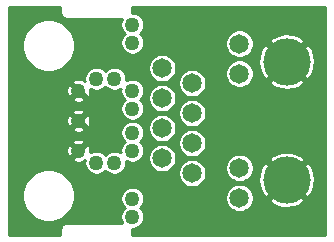
<source format=gbr>
G04 #@! TF.GenerationSoftware,KiCad,Pcbnew,(5.1.5)*
G04 #@! TF.CreationDate,2019-12-07T20:44:40-05:00*
G04 #@! TF.ProjectId,rj45brkout,726a3435-6272-46b6-9f75-742e6b696361,v1.0.0*
G04 #@! TF.SameCoordinates,Original*
G04 #@! TF.FileFunction,Copper,L2,Inr*
G04 #@! TF.FilePolarity,Positive*
%FSLAX46Y46*%
G04 Gerber Fmt 4.6, Leading zero omitted, Abs format (unit mm)*
G04 Created by KiCad (PCBNEW (5.1.5)) date 2019-12-07 20:44:40*
%MOMM*%
%LPD*%
G04 APERTURE LIST*
%ADD10C,1.270000*%
%ADD11C,1.651000*%
%ADD12C,4.000000*%
%ADD13C,1.143000*%
%ADD14C,0.254000*%
G04 APERTURE END LIST*
D10*
X134620000Y-104140000D03*
X134620000Y-99060000D03*
X134620000Y-101600000D03*
D11*
X144250000Y-106040000D03*
X141710000Y-104770000D03*
X144250000Y-103500000D03*
X141710000Y-102230000D03*
X144250000Y-100960000D03*
X141710000Y-99690000D03*
X144250000Y-98420000D03*
X141710000Y-97150000D03*
D12*
X152250000Y-106600000D03*
X152250000Y-96600000D03*
D11*
X148250000Y-108130000D03*
X148250000Y-105590000D03*
X148250000Y-97610000D03*
X148250000Y-95070000D03*
D13*
X129540000Y-101600000D03*
D10*
X136144000Y-98044000D03*
X137668000Y-98044000D03*
X139192000Y-99060000D03*
X139192000Y-100584000D03*
X139192000Y-102616000D03*
X139192000Y-104140000D03*
X137668000Y-105156000D03*
X136144000Y-105156000D03*
X139192000Y-109728000D03*
X139192000Y-108204000D03*
X139192000Y-94996000D03*
X139192000Y-93472000D03*
D14*
G36*
X133096255Y-92431053D02*
G01*
X133093798Y-92456000D01*
X133103601Y-92555535D01*
X133132635Y-92651246D01*
X133179783Y-92739453D01*
X133243233Y-92816767D01*
X133320547Y-92880217D01*
X133408754Y-92927365D01*
X133504465Y-92956399D01*
X133579063Y-92963746D01*
X133604000Y-92966202D01*
X133628937Y-92963746D01*
X138309977Y-92963746D01*
X138291857Y-92990864D01*
X138215288Y-93175718D01*
X138176254Y-93371958D01*
X138176254Y-93572042D01*
X138215288Y-93768282D01*
X138291857Y-93953136D01*
X138403018Y-94119500D01*
X138517518Y-94234000D01*
X138403018Y-94348500D01*
X138291857Y-94514864D01*
X138215288Y-94699718D01*
X138176254Y-94895958D01*
X138176254Y-95096042D01*
X138215288Y-95292282D01*
X138291857Y-95477136D01*
X138403018Y-95643500D01*
X138544500Y-95784982D01*
X138710864Y-95896143D01*
X138895718Y-95972712D01*
X139091958Y-96011746D01*
X139292042Y-96011746D01*
X139488282Y-95972712D01*
X139673136Y-95896143D01*
X139839500Y-95784982D01*
X139980982Y-95643500D01*
X140092143Y-95477136D01*
X140168712Y-95292282D01*
X140207746Y-95096042D01*
X140207746Y-94951195D01*
X147043754Y-94951195D01*
X147043754Y-95188805D01*
X147090109Y-95421849D01*
X147181038Y-95641372D01*
X147313047Y-95838937D01*
X147481063Y-96006953D01*
X147678628Y-96138962D01*
X147898151Y-96229891D01*
X148131195Y-96276246D01*
X148368805Y-96276246D01*
X148601849Y-96229891D01*
X148821372Y-96138962D01*
X149018937Y-96006953D01*
X149186953Y-95838937D01*
X149318962Y-95641372D01*
X149409891Y-95421849D01*
X149456246Y-95188805D01*
X149456246Y-94951195D01*
X149443756Y-94888401D01*
X150718006Y-94888401D01*
X152250000Y-96420395D01*
X153781994Y-94888401D01*
X153551411Y-94592697D01*
X153134799Y-94377375D01*
X152684185Y-94247466D01*
X152216886Y-94207964D01*
X151750860Y-94260387D01*
X151304015Y-94402719D01*
X150948589Y-94592697D01*
X150718006Y-94888401D01*
X149443756Y-94888401D01*
X149409891Y-94718151D01*
X149318962Y-94498628D01*
X149186953Y-94301063D01*
X149018937Y-94133047D01*
X148821372Y-94001038D01*
X148601849Y-93910109D01*
X148368805Y-93863754D01*
X148131195Y-93863754D01*
X147898151Y-93910109D01*
X147678628Y-94001038D01*
X147481063Y-94133047D01*
X147313047Y-94301063D01*
X147181038Y-94498628D01*
X147090109Y-94718151D01*
X147043754Y-94951195D01*
X140207746Y-94951195D01*
X140207746Y-94895958D01*
X140168712Y-94699718D01*
X140092143Y-94514864D01*
X139980982Y-94348500D01*
X139866482Y-94234000D01*
X139980982Y-94119500D01*
X140092143Y-93953136D01*
X140168712Y-93768282D01*
X140207746Y-93572042D01*
X140207746Y-93371958D01*
X140168712Y-93175718D01*
X140092143Y-92990864D01*
X139980982Y-92824500D01*
X139839500Y-92683018D01*
X139673136Y-92571857D01*
X139488282Y-92495288D01*
X139292042Y-92456254D01*
X139194177Y-92456254D01*
X139194202Y-92456000D01*
X139191746Y-92431063D01*
X139191746Y-91947746D01*
X155492254Y-91947746D01*
X155492255Y-111252254D01*
X139191746Y-111252254D01*
X139191746Y-110768937D01*
X139194202Y-110744000D01*
X139194177Y-110743746D01*
X139292042Y-110743746D01*
X139488282Y-110704712D01*
X139673136Y-110628143D01*
X139839500Y-110516982D01*
X139980982Y-110375500D01*
X140092143Y-110209136D01*
X140168712Y-110024282D01*
X140207746Y-109828042D01*
X140207746Y-109627958D01*
X140168712Y-109431718D01*
X140092143Y-109246864D01*
X139980982Y-109080500D01*
X139866482Y-108966000D01*
X139980982Y-108851500D01*
X140092143Y-108685136D01*
X140168712Y-108500282D01*
X140207746Y-108304042D01*
X140207746Y-108103958D01*
X140189295Y-108011195D01*
X147043754Y-108011195D01*
X147043754Y-108248805D01*
X147090109Y-108481849D01*
X147181038Y-108701372D01*
X147313047Y-108898937D01*
X147481063Y-109066953D01*
X147678628Y-109198962D01*
X147898151Y-109289891D01*
X148131195Y-109336246D01*
X148368805Y-109336246D01*
X148601849Y-109289891D01*
X148821372Y-109198962D01*
X149018937Y-109066953D01*
X149186953Y-108898937D01*
X149318962Y-108701372D01*
X149409891Y-108481849D01*
X149443755Y-108311599D01*
X150718006Y-108311599D01*
X150948589Y-108607303D01*
X151365201Y-108822625D01*
X151815815Y-108952534D01*
X152283114Y-108992036D01*
X152749140Y-108939613D01*
X153195985Y-108797281D01*
X153551411Y-108607303D01*
X153781994Y-108311599D01*
X152250000Y-106779605D01*
X150718006Y-108311599D01*
X149443755Y-108311599D01*
X149456246Y-108248805D01*
X149456246Y-108011195D01*
X149409891Y-107778151D01*
X149318962Y-107558628D01*
X149186953Y-107361063D01*
X149018937Y-107193047D01*
X148821372Y-107061038D01*
X148601849Y-106970109D01*
X148368805Y-106923754D01*
X148131195Y-106923754D01*
X147898151Y-106970109D01*
X147678628Y-107061038D01*
X147481063Y-107193047D01*
X147313047Y-107361063D01*
X147181038Y-107558628D01*
X147090109Y-107778151D01*
X147043754Y-108011195D01*
X140189295Y-108011195D01*
X140168712Y-107907718D01*
X140092143Y-107722864D01*
X139980982Y-107556500D01*
X139839500Y-107415018D01*
X139673136Y-107303857D01*
X139488282Y-107227288D01*
X139292042Y-107188254D01*
X139091958Y-107188254D01*
X138895718Y-107227288D01*
X138710864Y-107303857D01*
X138544500Y-107415018D01*
X138403018Y-107556500D01*
X138291857Y-107722864D01*
X138215288Y-107907718D01*
X138176254Y-108103958D01*
X138176254Y-108304042D01*
X138215288Y-108500282D01*
X138291857Y-108685136D01*
X138403018Y-108851500D01*
X138517518Y-108966000D01*
X138403018Y-109080500D01*
X138291857Y-109246864D01*
X138215288Y-109431718D01*
X138176254Y-109627958D01*
X138176254Y-109828042D01*
X138215288Y-110024282D01*
X138291857Y-110209136D01*
X138309977Y-110236254D01*
X133628937Y-110236254D01*
X133604000Y-110233798D01*
X133579063Y-110236254D01*
X133504465Y-110243601D01*
X133408754Y-110272635D01*
X133320547Y-110319783D01*
X133243233Y-110383233D01*
X133179783Y-110460547D01*
X133132635Y-110548754D01*
X133103601Y-110644465D01*
X133093798Y-110744000D01*
X133096255Y-110768947D01*
X133096254Y-111252254D01*
X128777746Y-111252254D01*
X128777746Y-107731103D01*
X129857500Y-107731103D01*
X129857500Y-108168897D01*
X129942909Y-108598279D01*
X130110446Y-109002749D01*
X130353671Y-109366761D01*
X130663239Y-109676329D01*
X131027251Y-109919554D01*
X131431721Y-110087091D01*
X131861103Y-110172500D01*
X132298897Y-110172500D01*
X132728279Y-110087091D01*
X133132749Y-109919554D01*
X133496761Y-109676329D01*
X133806329Y-109366761D01*
X134049554Y-109002749D01*
X134217091Y-108598279D01*
X134302500Y-108168897D01*
X134302500Y-107731103D01*
X134217091Y-107301721D01*
X134049554Y-106897251D01*
X133806329Y-106533239D01*
X133496761Y-106223671D01*
X133132749Y-105980446D01*
X132728279Y-105812909D01*
X132298897Y-105727500D01*
X131861103Y-105727500D01*
X131431721Y-105812909D01*
X131027251Y-105980446D01*
X130663239Y-106223671D01*
X130353671Y-106533239D01*
X130110446Y-106897251D01*
X129942909Y-107301721D01*
X129857500Y-107731103D01*
X128777746Y-107731103D01*
X128777746Y-104878021D01*
X134061584Y-104878021D01*
X134127478Y-105033963D01*
X134311346Y-105112872D01*
X134507075Y-105154394D01*
X134707143Y-105156933D01*
X134903862Y-105120392D01*
X135089673Y-105046176D01*
X135112522Y-105033963D01*
X135150512Y-104944057D01*
X135128254Y-105055958D01*
X135128254Y-105256042D01*
X135167288Y-105452282D01*
X135243857Y-105637136D01*
X135355018Y-105803500D01*
X135496500Y-105944982D01*
X135662864Y-106056143D01*
X135847718Y-106132712D01*
X136043958Y-106171746D01*
X136244042Y-106171746D01*
X136440282Y-106132712D01*
X136625136Y-106056143D01*
X136791500Y-105944982D01*
X136906000Y-105830482D01*
X137020500Y-105944982D01*
X137186864Y-106056143D01*
X137371718Y-106132712D01*
X137567958Y-106171746D01*
X137768042Y-106171746D01*
X137964282Y-106132712D01*
X138149136Y-106056143D01*
X138315500Y-105944982D01*
X138456982Y-105803500D01*
X138568143Y-105637136D01*
X138644712Y-105452282D01*
X138683746Y-105256042D01*
X138683746Y-105055958D01*
X138675961Y-105016822D01*
X138710864Y-105040143D01*
X138895718Y-105116712D01*
X139091958Y-105155746D01*
X139292042Y-105155746D01*
X139488282Y-105116712D01*
X139673136Y-105040143D01*
X139839500Y-104928982D01*
X139980982Y-104787500D01*
X140072058Y-104651195D01*
X140503754Y-104651195D01*
X140503754Y-104888805D01*
X140550109Y-105121849D01*
X140641038Y-105341372D01*
X140773047Y-105538937D01*
X140941063Y-105706953D01*
X141138628Y-105838962D01*
X141358151Y-105929891D01*
X141591195Y-105976246D01*
X141828805Y-105976246D01*
X142061849Y-105929891D01*
X142082843Y-105921195D01*
X143043754Y-105921195D01*
X143043754Y-106158805D01*
X143090109Y-106391849D01*
X143181038Y-106611372D01*
X143313047Y-106808937D01*
X143481063Y-106976953D01*
X143678628Y-107108962D01*
X143898151Y-107199891D01*
X144131195Y-107246246D01*
X144368805Y-107246246D01*
X144601849Y-107199891D01*
X144821372Y-107108962D01*
X145018937Y-106976953D01*
X145186953Y-106808937D01*
X145318962Y-106611372D01*
X145409891Y-106391849D01*
X145456246Y-106158805D01*
X145456246Y-105921195D01*
X145409891Y-105688151D01*
X145320026Y-105471195D01*
X147043754Y-105471195D01*
X147043754Y-105708805D01*
X147090109Y-105941849D01*
X147181038Y-106161372D01*
X147313047Y-106358937D01*
X147481063Y-106526953D01*
X147678628Y-106658962D01*
X147898151Y-106749891D01*
X148131195Y-106796246D01*
X148368805Y-106796246D01*
X148601849Y-106749891D01*
X148821372Y-106658962D01*
X148860056Y-106633114D01*
X149857964Y-106633114D01*
X149910387Y-107099140D01*
X150052719Y-107545985D01*
X150242697Y-107901411D01*
X150538401Y-108131994D01*
X152070395Y-106600000D01*
X152429605Y-106600000D01*
X153961599Y-108131994D01*
X154257303Y-107901411D01*
X154472625Y-107484799D01*
X154602534Y-107034185D01*
X154642036Y-106566886D01*
X154589613Y-106100860D01*
X154447281Y-105654015D01*
X154257303Y-105298589D01*
X153961599Y-105068006D01*
X152429605Y-106600000D01*
X152070395Y-106600000D01*
X150538401Y-105068006D01*
X150242697Y-105298589D01*
X150027375Y-105715201D01*
X149897466Y-106165815D01*
X149857964Y-106633114D01*
X148860056Y-106633114D01*
X149018937Y-106526953D01*
X149186953Y-106358937D01*
X149318962Y-106161372D01*
X149409891Y-105941849D01*
X149456246Y-105708805D01*
X149456246Y-105471195D01*
X149409891Y-105238151D01*
X149318962Y-105018628D01*
X149231947Y-104888401D01*
X150718006Y-104888401D01*
X152250000Y-106420395D01*
X153781994Y-104888401D01*
X153551411Y-104592697D01*
X153134799Y-104377375D01*
X152684185Y-104247466D01*
X152216886Y-104207964D01*
X151750860Y-104260387D01*
X151304015Y-104402719D01*
X150948589Y-104592697D01*
X150718006Y-104888401D01*
X149231947Y-104888401D01*
X149186953Y-104821063D01*
X149018937Y-104653047D01*
X148821372Y-104521038D01*
X148601849Y-104430109D01*
X148368805Y-104383754D01*
X148131195Y-104383754D01*
X147898151Y-104430109D01*
X147678628Y-104521038D01*
X147481063Y-104653047D01*
X147313047Y-104821063D01*
X147181038Y-105018628D01*
X147090109Y-105238151D01*
X147043754Y-105471195D01*
X145320026Y-105471195D01*
X145318962Y-105468628D01*
X145186953Y-105271063D01*
X145018937Y-105103047D01*
X144821372Y-104971038D01*
X144601849Y-104880109D01*
X144368805Y-104833754D01*
X144131195Y-104833754D01*
X143898151Y-104880109D01*
X143678628Y-104971038D01*
X143481063Y-105103047D01*
X143313047Y-105271063D01*
X143181038Y-105468628D01*
X143090109Y-105688151D01*
X143043754Y-105921195D01*
X142082843Y-105921195D01*
X142281372Y-105838962D01*
X142478937Y-105706953D01*
X142646953Y-105538937D01*
X142778962Y-105341372D01*
X142869891Y-105121849D01*
X142916246Y-104888805D01*
X142916246Y-104651195D01*
X142869891Y-104418151D01*
X142778962Y-104198628D01*
X142646953Y-104001063D01*
X142478937Y-103833047D01*
X142281372Y-103701038D01*
X142061849Y-103610109D01*
X141828805Y-103563754D01*
X141591195Y-103563754D01*
X141358151Y-103610109D01*
X141138628Y-103701038D01*
X140941063Y-103833047D01*
X140773047Y-104001063D01*
X140641038Y-104198628D01*
X140550109Y-104418151D01*
X140503754Y-104651195D01*
X140072058Y-104651195D01*
X140092143Y-104621136D01*
X140168712Y-104436282D01*
X140207746Y-104240042D01*
X140207746Y-104039958D01*
X140168712Y-103843718D01*
X140092143Y-103658864D01*
X139980982Y-103492500D01*
X139866482Y-103378000D01*
X139980982Y-103263500D01*
X140092143Y-103097136D01*
X140168712Y-102912282D01*
X140207746Y-102716042D01*
X140207746Y-102515958D01*
X140168712Y-102319718D01*
X140092143Y-102134864D01*
X140076328Y-102111195D01*
X140503754Y-102111195D01*
X140503754Y-102348805D01*
X140550109Y-102581849D01*
X140641038Y-102801372D01*
X140773047Y-102998937D01*
X140941063Y-103166953D01*
X141138628Y-103298962D01*
X141358151Y-103389891D01*
X141591195Y-103436246D01*
X141828805Y-103436246D01*
X142061849Y-103389891D01*
X142082843Y-103381195D01*
X143043754Y-103381195D01*
X143043754Y-103618805D01*
X143090109Y-103851849D01*
X143181038Y-104071372D01*
X143313047Y-104268937D01*
X143481063Y-104436953D01*
X143678628Y-104568962D01*
X143898151Y-104659891D01*
X144131195Y-104706246D01*
X144368805Y-104706246D01*
X144601849Y-104659891D01*
X144821372Y-104568962D01*
X145018937Y-104436953D01*
X145186953Y-104268937D01*
X145318962Y-104071372D01*
X145409891Y-103851849D01*
X145456246Y-103618805D01*
X145456246Y-103381195D01*
X145409891Y-103148151D01*
X145318962Y-102928628D01*
X145186953Y-102731063D01*
X145018937Y-102563047D01*
X144821372Y-102431038D01*
X144601849Y-102340109D01*
X144368805Y-102293754D01*
X144131195Y-102293754D01*
X143898151Y-102340109D01*
X143678628Y-102431038D01*
X143481063Y-102563047D01*
X143313047Y-102731063D01*
X143181038Y-102928628D01*
X143090109Y-103148151D01*
X143043754Y-103381195D01*
X142082843Y-103381195D01*
X142281372Y-103298962D01*
X142478937Y-103166953D01*
X142646953Y-102998937D01*
X142778962Y-102801372D01*
X142869891Y-102581849D01*
X142916246Y-102348805D01*
X142916246Y-102111195D01*
X142869891Y-101878151D01*
X142778962Y-101658628D01*
X142646953Y-101461063D01*
X142478937Y-101293047D01*
X142281372Y-101161038D01*
X142061849Y-101070109D01*
X141828805Y-101023754D01*
X141591195Y-101023754D01*
X141358151Y-101070109D01*
X141138628Y-101161038D01*
X140941063Y-101293047D01*
X140773047Y-101461063D01*
X140641038Y-101658628D01*
X140550109Y-101878151D01*
X140503754Y-102111195D01*
X140076328Y-102111195D01*
X139980982Y-101968500D01*
X139839500Y-101827018D01*
X139673136Y-101715857D01*
X139488282Y-101639288D01*
X139292042Y-101600254D01*
X139091958Y-101600254D01*
X138895718Y-101639288D01*
X138710864Y-101715857D01*
X138544500Y-101827018D01*
X138403018Y-101968500D01*
X138291857Y-102134864D01*
X138215288Y-102319718D01*
X138176254Y-102515958D01*
X138176254Y-102716042D01*
X138215288Y-102912282D01*
X138291857Y-103097136D01*
X138403018Y-103263500D01*
X138517518Y-103378000D01*
X138403018Y-103492500D01*
X138291857Y-103658864D01*
X138215288Y-103843718D01*
X138176254Y-104039958D01*
X138176254Y-104240042D01*
X138184039Y-104279178D01*
X138149136Y-104255857D01*
X137964282Y-104179288D01*
X137768042Y-104140254D01*
X137567958Y-104140254D01*
X137371718Y-104179288D01*
X137186864Y-104255857D01*
X137020500Y-104367018D01*
X136906000Y-104481518D01*
X136791500Y-104367018D01*
X136625136Y-104255857D01*
X136440282Y-104179288D01*
X136244042Y-104140254D01*
X136043958Y-104140254D01*
X135847718Y-104179288D01*
X135662864Y-104255857D01*
X135628967Y-104278506D01*
X135634394Y-104252925D01*
X135636933Y-104052857D01*
X135600392Y-103856138D01*
X135526176Y-103670327D01*
X135513963Y-103647478D01*
X135358021Y-103581584D01*
X134799605Y-104140000D01*
X134813748Y-104154143D01*
X134634143Y-104333748D01*
X134620000Y-104319605D01*
X134061584Y-104878021D01*
X128777746Y-104878021D01*
X128777746Y-104227143D01*
X133603067Y-104227143D01*
X133639608Y-104423862D01*
X133713824Y-104609673D01*
X133726037Y-104632522D01*
X133881979Y-104698416D01*
X134440395Y-104140000D01*
X133881979Y-103581584D01*
X133726037Y-103647478D01*
X133647128Y-103831346D01*
X133605606Y-104027075D01*
X133603067Y-104227143D01*
X128777746Y-104227143D01*
X128777746Y-103401979D01*
X134061584Y-103401979D01*
X134620000Y-103960395D01*
X135178416Y-103401979D01*
X135112522Y-103246037D01*
X134928654Y-103167128D01*
X134732925Y-103125606D01*
X134532857Y-103123067D01*
X134336138Y-103159608D01*
X134150327Y-103233824D01*
X134127478Y-103246037D01*
X134061584Y-103401979D01*
X128777746Y-103401979D01*
X128777746Y-102338021D01*
X134061584Y-102338021D01*
X134127478Y-102493963D01*
X134311346Y-102572872D01*
X134507075Y-102614394D01*
X134707143Y-102616933D01*
X134903862Y-102580392D01*
X135089673Y-102506176D01*
X135112522Y-102493963D01*
X135178416Y-102338021D01*
X134620000Y-101779605D01*
X134061584Y-102338021D01*
X128777746Y-102338021D01*
X128777746Y-101687143D01*
X133603067Y-101687143D01*
X133639608Y-101883862D01*
X133713824Y-102069673D01*
X133726037Y-102092522D01*
X133881979Y-102158416D01*
X134440395Y-101600000D01*
X134799605Y-101600000D01*
X135358021Y-102158416D01*
X135513963Y-102092522D01*
X135592872Y-101908654D01*
X135634394Y-101712925D01*
X135636933Y-101512857D01*
X135600392Y-101316138D01*
X135526176Y-101130327D01*
X135513963Y-101107478D01*
X135358021Y-101041584D01*
X134799605Y-101600000D01*
X134440395Y-101600000D01*
X133881979Y-101041584D01*
X133726037Y-101107478D01*
X133647128Y-101291346D01*
X133605606Y-101487075D01*
X133603067Y-101687143D01*
X128777746Y-101687143D01*
X128777746Y-100861979D01*
X134061584Y-100861979D01*
X134620000Y-101420395D01*
X135178416Y-100861979D01*
X135112522Y-100706037D01*
X134928654Y-100627128D01*
X134732925Y-100585606D01*
X134532857Y-100583067D01*
X134336138Y-100619608D01*
X134150327Y-100693824D01*
X134127478Y-100706037D01*
X134061584Y-100861979D01*
X128777746Y-100861979D01*
X128777746Y-99798021D01*
X134061584Y-99798021D01*
X134127478Y-99953963D01*
X134311346Y-100032872D01*
X134507075Y-100074394D01*
X134707143Y-100076933D01*
X134903862Y-100040392D01*
X135089673Y-99966176D01*
X135112522Y-99953963D01*
X135178416Y-99798021D01*
X134620000Y-99239605D01*
X134061584Y-99798021D01*
X128777746Y-99798021D01*
X128777746Y-99147143D01*
X133603067Y-99147143D01*
X133639608Y-99343862D01*
X133713824Y-99529673D01*
X133726037Y-99552522D01*
X133881979Y-99618416D01*
X134440395Y-99060000D01*
X133881979Y-98501584D01*
X133726037Y-98567478D01*
X133647128Y-98751346D01*
X133605606Y-98947075D01*
X133603067Y-99147143D01*
X128777746Y-99147143D01*
X128777746Y-98321979D01*
X134061584Y-98321979D01*
X134620000Y-98880395D01*
X134634143Y-98866253D01*
X134813748Y-99045858D01*
X134799605Y-99060000D01*
X135358021Y-99618416D01*
X135513963Y-99552522D01*
X135592872Y-99368654D01*
X135634394Y-99172925D01*
X135636933Y-98972857D01*
X135627169Y-98920292D01*
X135662864Y-98944143D01*
X135847718Y-99020712D01*
X136043958Y-99059746D01*
X136244042Y-99059746D01*
X136440282Y-99020712D01*
X136625136Y-98944143D01*
X136791500Y-98832982D01*
X136906000Y-98718482D01*
X137020500Y-98832982D01*
X137186864Y-98944143D01*
X137371718Y-99020712D01*
X137567958Y-99059746D01*
X137768042Y-99059746D01*
X137964282Y-99020712D01*
X138149136Y-98944143D01*
X138184039Y-98920822D01*
X138176254Y-98959958D01*
X138176254Y-99160042D01*
X138215288Y-99356282D01*
X138291857Y-99541136D01*
X138403018Y-99707500D01*
X138517518Y-99822000D01*
X138403018Y-99936500D01*
X138291857Y-100102864D01*
X138215288Y-100287718D01*
X138176254Y-100483958D01*
X138176254Y-100684042D01*
X138215288Y-100880282D01*
X138291857Y-101065136D01*
X138403018Y-101231500D01*
X138544500Y-101372982D01*
X138710864Y-101484143D01*
X138895718Y-101560712D01*
X139091958Y-101599746D01*
X139292042Y-101599746D01*
X139488282Y-101560712D01*
X139673136Y-101484143D01*
X139839500Y-101372982D01*
X139980982Y-101231500D01*
X140092143Y-101065136D01*
X140168712Y-100880282D01*
X140207746Y-100684042D01*
X140207746Y-100483958D01*
X140168712Y-100287718D01*
X140092143Y-100102864D01*
X139980982Y-99936500D01*
X139866482Y-99822000D01*
X139980982Y-99707500D01*
X140072058Y-99571195D01*
X140503754Y-99571195D01*
X140503754Y-99808805D01*
X140550109Y-100041849D01*
X140641038Y-100261372D01*
X140773047Y-100458937D01*
X140941063Y-100626953D01*
X141138628Y-100758962D01*
X141358151Y-100849891D01*
X141591195Y-100896246D01*
X141828805Y-100896246D01*
X142061849Y-100849891D01*
X142082843Y-100841195D01*
X143043754Y-100841195D01*
X143043754Y-101078805D01*
X143090109Y-101311849D01*
X143181038Y-101531372D01*
X143313047Y-101728937D01*
X143481063Y-101896953D01*
X143678628Y-102028962D01*
X143898151Y-102119891D01*
X144131195Y-102166246D01*
X144368805Y-102166246D01*
X144601849Y-102119891D01*
X144821372Y-102028962D01*
X145018937Y-101896953D01*
X145186953Y-101728937D01*
X145318962Y-101531372D01*
X145409891Y-101311849D01*
X145456246Y-101078805D01*
X145456246Y-100841195D01*
X145409891Y-100608151D01*
X145318962Y-100388628D01*
X145186953Y-100191063D01*
X145018937Y-100023047D01*
X144821372Y-99891038D01*
X144601849Y-99800109D01*
X144368805Y-99753754D01*
X144131195Y-99753754D01*
X143898151Y-99800109D01*
X143678628Y-99891038D01*
X143481063Y-100023047D01*
X143313047Y-100191063D01*
X143181038Y-100388628D01*
X143090109Y-100608151D01*
X143043754Y-100841195D01*
X142082843Y-100841195D01*
X142281372Y-100758962D01*
X142478937Y-100626953D01*
X142646953Y-100458937D01*
X142778962Y-100261372D01*
X142869891Y-100041849D01*
X142916246Y-99808805D01*
X142916246Y-99571195D01*
X142869891Y-99338151D01*
X142778962Y-99118628D01*
X142646953Y-98921063D01*
X142478937Y-98753047D01*
X142281372Y-98621038D01*
X142061849Y-98530109D01*
X141828805Y-98483754D01*
X141591195Y-98483754D01*
X141358151Y-98530109D01*
X141138628Y-98621038D01*
X140941063Y-98753047D01*
X140773047Y-98921063D01*
X140641038Y-99118628D01*
X140550109Y-99338151D01*
X140503754Y-99571195D01*
X140072058Y-99571195D01*
X140092143Y-99541136D01*
X140168712Y-99356282D01*
X140207746Y-99160042D01*
X140207746Y-98959958D01*
X140168712Y-98763718D01*
X140092143Y-98578864D01*
X139980982Y-98412500D01*
X139839500Y-98271018D01*
X139673136Y-98159857D01*
X139488282Y-98083288D01*
X139292042Y-98044254D01*
X139091958Y-98044254D01*
X138895718Y-98083288D01*
X138710864Y-98159857D01*
X138675961Y-98183178D01*
X138683746Y-98144042D01*
X138683746Y-97943958D01*
X138644712Y-97747718D01*
X138568143Y-97562864D01*
X138456982Y-97396500D01*
X138315500Y-97255018D01*
X138149136Y-97143857D01*
X137964282Y-97067288D01*
X137782828Y-97031195D01*
X140503754Y-97031195D01*
X140503754Y-97268805D01*
X140550109Y-97501849D01*
X140641038Y-97721372D01*
X140773047Y-97918937D01*
X140941063Y-98086953D01*
X141138628Y-98218962D01*
X141358151Y-98309891D01*
X141591195Y-98356246D01*
X141828805Y-98356246D01*
X142061849Y-98309891D01*
X142082843Y-98301195D01*
X143043754Y-98301195D01*
X143043754Y-98538805D01*
X143090109Y-98771849D01*
X143181038Y-98991372D01*
X143313047Y-99188937D01*
X143481063Y-99356953D01*
X143678628Y-99488962D01*
X143898151Y-99579891D01*
X144131195Y-99626246D01*
X144368805Y-99626246D01*
X144601849Y-99579891D01*
X144821372Y-99488962D01*
X145018937Y-99356953D01*
X145186953Y-99188937D01*
X145318962Y-98991372D01*
X145409891Y-98771849D01*
X145456246Y-98538805D01*
X145456246Y-98301195D01*
X145409891Y-98068151D01*
X145318962Y-97848628D01*
X145186953Y-97651063D01*
X145027085Y-97491195D01*
X147043754Y-97491195D01*
X147043754Y-97728805D01*
X147090109Y-97961849D01*
X147181038Y-98181372D01*
X147313047Y-98378937D01*
X147481063Y-98546953D01*
X147678628Y-98678962D01*
X147898151Y-98769891D01*
X148131195Y-98816246D01*
X148368805Y-98816246D01*
X148601849Y-98769891D01*
X148821372Y-98678962D01*
X149018937Y-98546953D01*
X149186953Y-98378937D01*
X149231946Y-98311599D01*
X150718006Y-98311599D01*
X150948589Y-98607303D01*
X151365201Y-98822625D01*
X151815815Y-98952534D01*
X152283114Y-98992036D01*
X152749140Y-98939613D01*
X153195985Y-98797281D01*
X153551411Y-98607303D01*
X153781994Y-98311599D01*
X152250000Y-96779605D01*
X150718006Y-98311599D01*
X149231946Y-98311599D01*
X149318962Y-98181372D01*
X149409891Y-97961849D01*
X149456246Y-97728805D01*
X149456246Y-97491195D01*
X149409891Y-97258151D01*
X149318962Y-97038628D01*
X149186953Y-96841063D01*
X149018937Y-96673047D01*
X148959174Y-96633114D01*
X149857964Y-96633114D01*
X149910387Y-97099140D01*
X150052719Y-97545985D01*
X150242697Y-97901411D01*
X150538401Y-98131994D01*
X152070395Y-96600000D01*
X152429605Y-96600000D01*
X153961599Y-98131994D01*
X154257303Y-97901411D01*
X154472625Y-97484799D01*
X154602534Y-97034185D01*
X154642036Y-96566886D01*
X154589613Y-96100860D01*
X154447281Y-95654015D01*
X154257303Y-95298589D01*
X153961599Y-95068006D01*
X152429605Y-96600000D01*
X152070395Y-96600000D01*
X150538401Y-95068006D01*
X150242697Y-95298589D01*
X150027375Y-95715201D01*
X149897466Y-96165815D01*
X149857964Y-96633114D01*
X148959174Y-96633114D01*
X148821372Y-96541038D01*
X148601849Y-96450109D01*
X148368805Y-96403754D01*
X148131195Y-96403754D01*
X147898151Y-96450109D01*
X147678628Y-96541038D01*
X147481063Y-96673047D01*
X147313047Y-96841063D01*
X147181038Y-97038628D01*
X147090109Y-97258151D01*
X147043754Y-97491195D01*
X145027085Y-97491195D01*
X145018937Y-97483047D01*
X144821372Y-97351038D01*
X144601849Y-97260109D01*
X144368805Y-97213754D01*
X144131195Y-97213754D01*
X143898151Y-97260109D01*
X143678628Y-97351038D01*
X143481063Y-97483047D01*
X143313047Y-97651063D01*
X143181038Y-97848628D01*
X143090109Y-98068151D01*
X143043754Y-98301195D01*
X142082843Y-98301195D01*
X142281372Y-98218962D01*
X142478937Y-98086953D01*
X142646953Y-97918937D01*
X142778962Y-97721372D01*
X142869891Y-97501849D01*
X142916246Y-97268805D01*
X142916246Y-97031195D01*
X142869891Y-96798151D01*
X142778962Y-96578628D01*
X142646953Y-96381063D01*
X142478937Y-96213047D01*
X142281372Y-96081038D01*
X142061849Y-95990109D01*
X141828805Y-95943754D01*
X141591195Y-95943754D01*
X141358151Y-95990109D01*
X141138628Y-96081038D01*
X140941063Y-96213047D01*
X140773047Y-96381063D01*
X140641038Y-96578628D01*
X140550109Y-96798151D01*
X140503754Y-97031195D01*
X137782828Y-97031195D01*
X137768042Y-97028254D01*
X137567958Y-97028254D01*
X137371718Y-97067288D01*
X137186864Y-97143857D01*
X137020500Y-97255018D01*
X136906000Y-97369518D01*
X136791500Y-97255018D01*
X136625136Y-97143857D01*
X136440282Y-97067288D01*
X136244042Y-97028254D01*
X136043958Y-97028254D01*
X135847718Y-97067288D01*
X135662864Y-97143857D01*
X135496500Y-97255018D01*
X135355018Y-97396500D01*
X135243857Y-97562864D01*
X135167288Y-97747718D01*
X135128254Y-97943958D01*
X135128254Y-98144042D01*
X135150512Y-98255943D01*
X135112522Y-98166037D01*
X134928654Y-98087128D01*
X134732925Y-98045606D01*
X134532857Y-98043067D01*
X134336138Y-98079608D01*
X134150327Y-98153824D01*
X134127478Y-98166037D01*
X134061584Y-98321979D01*
X128777746Y-98321979D01*
X128777746Y-95031103D01*
X129857500Y-95031103D01*
X129857500Y-95468897D01*
X129942909Y-95898279D01*
X130110446Y-96302749D01*
X130353671Y-96666761D01*
X130663239Y-96976329D01*
X131027251Y-97219554D01*
X131431721Y-97387091D01*
X131861103Y-97472500D01*
X132298897Y-97472500D01*
X132728279Y-97387091D01*
X133132749Y-97219554D01*
X133496761Y-96976329D01*
X133806329Y-96666761D01*
X134049554Y-96302749D01*
X134217091Y-95898279D01*
X134302500Y-95468897D01*
X134302500Y-95031103D01*
X134217091Y-94601721D01*
X134049554Y-94197251D01*
X133806329Y-93833239D01*
X133496761Y-93523671D01*
X133132749Y-93280446D01*
X132728279Y-93112909D01*
X132298897Y-93027500D01*
X131861103Y-93027500D01*
X131431721Y-93112909D01*
X131027251Y-93280446D01*
X130663239Y-93523671D01*
X130353671Y-93833239D01*
X130110446Y-94197251D01*
X129942909Y-94601721D01*
X129857500Y-95031103D01*
X128777746Y-95031103D01*
X128777746Y-91947746D01*
X133096254Y-91947746D01*
X133096255Y-92431053D01*
G37*
X133096255Y-92431053D02*
X133093798Y-92456000D01*
X133103601Y-92555535D01*
X133132635Y-92651246D01*
X133179783Y-92739453D01*
X133243233Y-92816767D01*
X133320547Y-92880217D01*
X133408754Y-92927365D01*
X133504465Y-92956399D01*
X133579063Y-92963746D01*
X133604000Y-92966202D01*
X133628937Y-92963746D01*
X138309977Y-92963746D01*
X138291857Y-92990864D01*
X138215288Y-93175718D01*
X138176254Y-93371958D01*
X138176254Y-93572042D01*
X138215288Y-93768282D01*
X138291857Y-93953136D01*
X138403018Y-94119500D01*
X138517518Y-94234000D01*
X138403018Y-94348500D01*
X138291857Y-94514864D01*
X138215288Y-94699718D01*
X138176254Y-94895958D01*
X138176254Y-95096042D01*
X138215288Y-95292282D01*
X138291857Y-95477136D01*
X138403018Y-95643500D01*
X138544500Y-95784982D01*
X138710864Y-95896143D01*
X138895718Y-95972712D01*
X139091958Y-96011746D01*
X139292042Y-96011746D01*
X139488282Y-95972712D01*
X139673136Y-95896143D01*
X139839500Y-95784982D01*
X139980982Y-95643500D01*
X140092143Y-95477136D01*
X140168712Y-95292282D01*
X140207746Y-95096042D01*
X140207746Y-94951195D01*
X147043754Y-94951195D01*
X147043754Y-95188805D01*
X147090109Y-95421849D01*
X147181038Y-95641372D01*
X147313047Y-95838937D01*
X147481063Y-96006953D01*
X147678628Y-96138962D01*
X147898151Y-96229891D01*
X148131195Y-96276246D01*
X148368805Y-96276246D01*
X148601849Y-96229891D01*
X148821372Y-96138962D01*
X149018937Y-96006953D01*
X149186953Y-95838937D01*
X149318962Y-95641372D01*
X149409891Y-95421849D01*
X149456246Y-95188805D01*
X149456246Y-94951195D01*
X149443756Y-94888401D01*
X150718006Y-94888401D01*
X152250000Y-96420395D01*
X153781994Y-94888401D01*
X153551411Y-94592697D01*
X153134799Y-94377375D01*
X152684185Y-94247466D01*
X152216886Y-94207964D01*
X151750860Y-94260387D01*
X151304015Y-94402719D01*
X150948589Y-94592697D01*
X150718006Y-94888401D01*
X149443756Y-94888401D01*
X149409891Y-94718151D01*
X149318962Y-94498628D01*
X149186953Y-94301063D01*
X149018937Y-94133047D01*
X148821372Y-94001038D01*
X148601849Y-93910109D01*
X148368805Y-93863754D01*
X148131195Y-93863754D01*
X147898151Y-93910109D01*
X147678628Y-94001038D01*
X147481063Y-94133047D01*
X147313047Y-94301063D01*
X147181038Y-94498628D01*
X147090109Y-94718151D01*
X147043754Y-94951195D01*
X140207746Y-94951195D01*
X140207746Y-94895958D01*
X140168712Y-94699718D01*
X140092143Y-94514864D01*
X139980982Y-94348500D01*
X139866482Y-94234000D01*
X139980982Y-94119500D01*
X140092143Y-93953136D01*
X140168712Y-93768282D01*
X140207746Y-93572042D01*
X140207746Y-93371958D01*
X140168712Y-93175718D01*
X140092143Y-92990864D01*
X139980982Y-92824500D01*
X139839500Y-92683018D01*
X139673136Y-92571857D01*
X139488282Y-92495288D01*
X139292042Y-92456254D01*
X139194177Y-92456254D01*
X139194202Y-92456000D01*
X139191746Y-92431063D01*
X139191746Y-91947746D01*
X155492254Y-91947746D01*
X155492255Y-111252254D01*
X139191746Y-111252254D01*
X139191746Y-110768937D01*
X139194202Y-110744000D01*
X139194177Y-110743746D01*
X139292042Y-110743746D01*
X139488282Y-110704712D01*
X139673136Y-110628143D01*
X139839500Y-110516982D01*
X139980982Y-110375500D01*
X140092143Y-110209136D01*
X140168712Y-110024282D01*
X140207746Y-109828042D01*
X140207746Y-109627958D01*
X140168712Y-109431718D01*
X140092143Y-109246864D01*
X139980982Y-109080500D01*
X139866482Y-108966000D01*
X139980982Y-108851500D01*
X140092143Y-108685136D01*
X140168712Y-108500282D01*
X140207746Y-108304042D01*
X140207746Y-108103958D01*
X140189295Y-108011195D01*
X147043754Y-108011195D01*
X147043754Y-108248805D01*
X147090109Y-108481849D01*
X147181038Y-108701372D01*
X147313047Y-108898937D01*
X147481063Y-109066953D01*
X147678628Y-109198962D01*
X147898151Y-109289891D01*
X148131195Y-109336246D01*
X148368805Y-109336246D01*
X148601849Y-109289891D01*
X148821372Y-109198962D01*
X149018937Y-109066953D01*
X149186953Y-108898937D01*
X149318962Y-108701372D01*
X149409891Y-108481849D01*
X149443755Y-108311599D01*
X150718006Y-108311599D01*
X150948589Y-108607303D01*
X151365201Y-108822625D01*
X151815815Y-108952534D01*
X152283114Y-108992036D01*
X152749140Y-108939613D01*
X153195985Y-108797281D01*
X153551411Y-108607303D01*
X153781994Y-108311599D01*
X152250000Y-106779605D01*
X150718006Y-108311599D01*
X149443755Y-108311599D01*
X149456246Y-108248805D01*
X149456246Y-108011195D01*
X149409891Y-107778151D01*
X149318962Y-107558628D01*
X149186953Y-107361063D01*
X149018937Y-107193047D01*
X148821372Y-107061038D01*
X148601849Y-106970109D01*
X148368805Y-106923754D01*
X148131195Y-106923754D01*
X147898151Y-106970109D01*
X147678628Y-107061038D01*
X147481063Y-107193047D01*
X147313047Y-107361063D01*
X147181038Y-107558628D01*
X147090109Y-107778151D01*
X147043754Y-108011195D01*
X140189295Y-108011195D01*
X140168712Y-107907718D01*
X140092143Y-107722864D01*
X139980982Y-107556500D01*
X139839500Y-107415018D01*
X139673136Y-107303857D01*
X139488282Y-107227288D01*
X139292042Y-107188254D01*
X139091958Y-107188254D01*
X138895718Y-107227288D01*
X138710864Y-107303857D01*
X138544500Y-107415018D01*
X138403018Y-107556500D01*
X138291857Y-107722864D01*
X138215288Y-107907718D01*
X138176254Y-108103958D01*
X138176254Y-108304042D01*
X138215288Y-108500282D01*
X138291857Y-108685136D01*
X138403018Y-108851500D01*
X138517518Y-108966000D01*
X138403018Y-109080500D01*
X138291857Y-109246864D01*
X138215288Y-109431718D01*
X138176254Y-109627958D01*
X138176254Y-109828042D01*
X138215288Y-110024282D01*
X138291857Y-110209136D01*
X138309977Y-110236254D01*
X133628937Y-110236254D01*
X133604000Y-110233798D01*
X133579063Y-110236254D01*
X133504465Y-110243601D01*
X133408754Y-110272635D01*
X133320547Y-110319783D01*
X133243233Y-110383233D01*
X133179783Y-110460547D01*
X133132635Y-110548754D01*
X133103601Y-110644465D01*
X133093798Y-110744000D01*
X133096255Y-110768947D01*
X133096254Y-111252254D01*
X128777746Y-111252254D01*
X128777746Y-107731103D01*
X129857500Y-107731103D01*
X129857500Y-108168897D01*
X129942909Y-108598279D01*
X130110446Y-109002749D01*
X130353671Y-109366761D01*
X130663239Y-109676329D01*
X131027251Y-109919554D01*
X131431721Y-110087091D01*
X131861103Y-110172500D01*
X132298897Y-110172500D01*
X132728279Y-110087091D01*
X133132749Y-109919554D01*
X133496761Y-109676329D01*
X133806329Y-109366761D01*
X134049554Y-109002749D01*
X134217091Y-108598279D01*
X134302500Y-108168897D01*
X134302500Y-107731103D01*
X134217091Y-107301721D01*
X134049554Y-106897251D01*
X133806329Y-106533239D01*
X133496761Y-106223671D01*
X133132749Y-105980446D01*
X132728279Y-105812909D01*
X132298897Y-105727500D01*
X131861103Y-105727500D01*
X131431721Y-105812909D01*
X131027251Y-105980446D01*
X130663239Y-106223671D01*
X130353671Y-106533239D01*
X130110446Y-106897251D01*
X129942909Y-107301721D01*
X129857500Y-107731103D01*
X128777746Y-107731103D01*
X128777746Y-104878021D01*
X134061584Y-104878021D01*
X134127478Y-105033963D01*
X134311346Y-105112872D01*
X134507075Y-105154394D01*
X134707143Y-105156933D01*
X134903862Y-105120392D01*
X135089673Y-105046176D01*
X135112522Y-105033963D01*
X135150512Y-104944057D01*
X135128254Y-105055958D01*
X135128254Y-105256042D01*
X135167288Y-105452282D01*
X135243857Y-105637136D01*
X135355018Y-105803500D01*
X135496500Y-105944982D01*
X135662864Y-106056143D01*
X135847718Y-106132712D01*
X136043958Y-106171746D01*
X136244042Y-106171746D01*
X136440282Y-106132712D01*
X136625136Y-106056143D01*
X136791500Y-105944982D01*
X136906000Y-105830482D01*
X137020500Y-105944982D01*
X137186864Y-106056143D01*
X137371718Y-106132712D01*
X137567958Y-106171746D01*
X137768042Y-106171746D01*
X137964282Y-106132712D01*
X138149136Y-106056143D01*
X138315500Y-105944982D01*
X138456982Y-105803500D01*
X138568143Y-105637136D01*
X138644712Y-105452282D01*
X138683746Y-105256042D01*
X138683746Y-105055958D01*
X138675961Y-105016822D01*
X138710864Y-105040143D01*
X138895718Y-105116712D01*
X139091958Y-105155746D01*
X139292042Y-105155746D01*
X139488282Y-105116712D01*
X139673136Y-105040143D01*
X139839500Y-104928982D01*
X139980982Y-104787500D01*
X140072058Y-104651195D01*
X140503754Y-104651195D01*
X140503754Y-104888805D01*
X140550109Y-105121849D01*
X140641038Y-105341372D01*
X140773047Y-105538937D01*
X140941063Y-105706953D01*
X141138628Y-105838962D01*
X141358151Y-105929891D01*
X141591195Y-105976246D01*
X141828805Y-105976246D01*
X142061849Y-105929891D01*
X142082843Y-105921195D01*
X143043754Y-105921195D01*
X143043754Y-106158805D01*
X143090109Y-106391849D01*
X143181038Y-106611372D01*
X143313047Y-106808937D01*
X143481063Y-106976953D01*
X143678628Y-107108962D01*
X143898151Y-107199891D01*
X144131195Y-107246246D01*
X144368805Y-107246246D01*
X144601849Y-107199891D01*
X144821372Y-107108962D01*
X145018937Y-106976953D01*
X145186953Y-106808937D01*
X145318962Y-106611372D01*
X145409891Y-106391849D01*
X145456246Y-106158805D01*
X145456246Y-105921195D01*
X145409891Y-105688151D01*
X145320026Y-105471195D01*
X147043754Y-105471195D01*
X147043754Y-105708805D01*
X147090109Y-105941849D01*
X147181038Y-106161372D01*
X147313047Y-106358937D01*
X147481063Y-106526953D01*
X147678628Y-106658962D01*
X147898151Y-106749891D01*
X148131195Y-106796246D01*
X148368805Y-106796246D01*
X148601849Y-106749891D01*
X148821372Y-106658962D01*
X148860056Y-106633114D01*
X149857964Y-106633114D01*
X149910387Y-107099140D01*
X150052719Y-107545985D01*
X150242697Y-107901411D01*
X150538401Y-108131994D01*
X152070395Y-106600000D01*
X152429605Y-106600000D01*
X153961599Y-108131994D01*
X154257303Y-107901411D01*
X154472625Y-107484799D01*
X154602534Y-107034185D01*
X154642036Y-106566886D01*
X154589613Y-106100860D01*
X154447281Y-105654015D01*
X154257303Y-105298589D01*
X153961599Y-105068006D01*
X152429605Y-106600000D01*
X152070395Y-106600000D01*
X150538401Y-105068006D01*
X150242697Y-105298589D01*
X150027375Y-105715201D01*
X149897466Y-106165815D01*
X149857964Y-106633114D01*
X148860056Y-106633114D01*
X149018937Y-106526953D01*
X149186953Y-106358937D01*
X149318962Y-106161372D01*
X149409891Y-105941849D01*
X149456246Y-105708805D01*
X149456246Y-105471195D01*
X149409891Y-105238151D01*
X149318962Y-105018628D01*
X149231947Y-104888401D01*
X150718006Y-104888401D01*
X152250000Y-106420395D01*
X153781994Y-104888401D01*
X153551411Y-104592697D01*
X153134799Y-104377375D01*
X152684185Y-104247466D01*
X152216886Y-104207964D01*
X151750860Y-104260387D01*
X151304015Y-104402719D01*
X150948589Y-104592697D01*
X150718006Y-104888401D01*
X149231947Y-104888401D01*
X149186953Y-104821063D01*
X149018937Y-104653047D01*
X148821372Y-104521038D01*
X148601849Y-104430109D01*
X148368805Y-104383754D01*
X148131195Y-104383754D01*
X147898151Y-104430109D01*
X147678628Y-104521038D01*
X147481063Y-104653047D01*
X147313047Y-104821063D01*
X147181038Y-105018628D01*
X147090109Y-105238151D01*
X147043754Y-105471195D01*
X145320026Y-105471195D01*
X145318962Y-105468628D01*
X145186953Y-105271063D01*
X145018937Y-105103047D01*
X144821372Y-104971038D01*
X144601849Y-104880109D01*
X144368805Y-104833754D01*
X144131195Y-104833754D01*
X143898151Y-104880109D01*
X143678628Y-104971038D01*
X143481063Y-105103047D01*
X143313047Y-105271063D01*
X143181038Y-105468628D01*
X143090109Y-105688151D01*
X143043754Y-105921195D01*
X142082843Y-105921195D01*
X142281372Y-105838962D01*
X142478937Y-105706953D01*
X142646953Y-105538937D01*
X142778962Y-105341372D01*
X142869891Y-105121849D01*
X142916246Y-104888805D01*
X142916246Y-104651195D01*
X142869891Y-104418151D01*
X142778962Y-104198628D01*
X142646953Y-104001063D01*
X142478937Y-103833047D01*
X142281372Y-103701038D01*
X142061849Y-103610109D01*
X141828805Y-103563754D01*
X141591195Y-103563754D01*
X141358151Y-103610109D01*
X141138628Y-103701038D01*
X140941063Y-103833047D01*
X140773047Y-104001063D01*
X140641038Y-104198628D01*
X140550109Y-104418151D01*
X140503754Y-104651195D01*
X140072058Y-104651195D01*
X140092143Y-104621136D01*
X140168712Y-104436282D01*
X140207746Y-104240042D01*
X140207746Y-104039958D01*
X140168712Y-103843718D01*
X140092143Y-103658864D01*
X139980982Y-103492500D01*
X139866482Y-103378000D01*
X139980982Y-103263500D01*
X140092143Y-103097136D01*
X140168712Y-102912282D01*
X140207746Y-102716042D01*
X140207746Y-102515958D01*
X140168712Y-102319718D01*
X140092143Y-102134864D01*
X140076328Y-102111195D01*
X140503754Y-102111195D01*
X140503754Y-102348805D01*
X140550109Y-102581849D01*
X140641038Y-102801372D01*
X140773047Y-102998937D01*
X140941063Y-103166953D01*
X141138628Y-103298962D01*
X141358151Y-103389891D01*
X141591195Y-103436246D01*
X141828805Y-103436246D01*
X142061849Y-103389891D01*
X142082843Y-103381195D01*
X143043754Y-103381195D01*
X143043754Y-103618805D01*
X143090109Y-103851849D01*
X143181038Y-104071372D01*
X143313047Y-104268937D01*
X143481063Y-104436953D01*
X143678628Y-104568962D01*
X143898151Y-104659891D01*
X144131195Y-104706246D01*
X144368805Y-104706246D01*
X144601849Y-104659891D01*
X144821372Y-104568962D01*
X145018937Y-104436953D01*
X145186953Y-104268937D01*
X145318962Y-104071372D01*
X145409891Y-103851849D01*
X145456246Y-103618805D01*
X145456246Y-103381195D01*
X145409891Y-103148151D01*
X145318962Y-102928628D01*
X145186953Y-102731063D01*
X145018937Y-102563047D01*
X144821372Y-102431038D01*
X144601849Y-102340109D01*
X144368805Y-102293754D01*
X144131195Y-102293754D01*
X143898151Y-102340109D01*
X143678628Y-102431038D01*
X143481063Y-102563047D01*
X143313047Y-102731063D01*
X143181038Y-102928628D01*
X143090109Y-103148151D01*
X143043754Y-103381195D01*
X142082843Y-103381195D01*
X142281372Y-103298962D01*
X142478937Y-103166953D01*
X142646953Y-102998937D01*
X142778962Y-102801372D01*
X142869891Y-102581849D01*
X142916246Y-102348805D01*
X142916246Y-102111195D01*
X142869891Y-101878151D01*
X142778962Y-101658628D01*
X142646953Y-101461063D01*
X142478937Y-101293047D01*
X142281372Y-101161038D01*
X142061849Y-101070109D01*
X141828805Y-101023754D01*
X141591195Y-101023754D01*
X141358151Y-101070109D01*
X141138628Y-101161038D01*
X140941063Y-101293047D01*
X140773047Y-101461063D01*
X140641038Y-101658628D01*
X140550109Y-101878151D01*
X140503754Y-102111195D01*
X140076328Y-102111195D01*
X139980982Y-101968500D01*
X139839500Y-101827018D01*
X139673136Y-101715857D01*
X139488282Y-101639288D01*
X139292042Y-101600254D01*
X139091958Y-101600254D01*
X138895718Y-101639288D01*
X138710864Y-101715857D01*
X138544500Y-101827018D01*
X138403018Y-101968500D01*
X138291857Y-102134864D01*
X138215288Y-102319718D01*
X138176254Y-102515958D01*
X138176254Y-102716042D01*
X138215288Y-102912282D01*
X138291857Y-103097136D01*
X138403018Y-103263500D01*
X138517518Y-103378000D01*
X138403018Y-103492500D01*
X138291857Y-103658864D01*
X138215288Y-103843718D01*
X138176254Y-104039958D01*
X138176254Y-104240042D01*
X138184039Y-104279178D01*
X138149136Y-104255857D01*
X137964282Y-104179288D01*
X137768042Y-104140254D01*
X137567958Y-104140254D01*
X137371718Y-104179288D01*
X137186864Y-104255857D01*
X137020500Y-104367018D01*
X136906000Y-104481518D01*
X136791500Y-104367018D01*
X136625136Y-104255857D01*
X136440282Y-104179288D01*
X136244042Y-104140254D01*
X136043958Y-104140254D01*
X135847718Y-104179288D01*
X135662864Y-104255857D01*
X135628967Y-104278506D01*
X135634394Y-104252925D01*
X135636933Y-104052857D01*
X135600392Y-103856138D01*
X135526176Y-103670327D01*
X135513963Y-103647478D01*
X135358021Y-103581584D01*
X134799605Y-104140000D01*
X134813748Y-104154143D01*
X134634143Y-104333748D01*
X134620000Y-104319605D01*
X134061584Y-104878021D01*
X128777746Y-104878021D01*
X128777746Y-104227143D01*
X133603067Y-104227143D01*
X133639608Y-104423862D01*
X133713824Y-104609673D01*
X133726037Y-104632522D01*
X133881979Y-104698416D01*
X134440395Y-104140000D01*
X133881979Y-103581584D01*
X133726037Y-103647478D01*
X133647128Y-103831346D01*
X133605606Y-104027075D01*
X133603067Y-104227143D01*
X128777746Y-104227143D01*
X128777746Y-103401979D01*
X134061584Y-103401979D01*
X134620000Y-103960395D01*
X135178416Y-103401979D01*
X135112522Y-103246037D01*
X134928654Y-103167128D01*
X134732925Y-103125606D01*
X134532857Y-103123067D01*
X134336138Y-103159608D01*
X134150327Y-103233824D01*
X134127478Y-103246037D01*
X134061584Y-103401979D01*
X128777746Y-103401979D01*
X128777746Y-102338021D01*
X134061584Y-102338021D01*
X134127478Y-102493963D01*
X134311346Y-102572872D01*
X134507075Y-102614394D01*
X134707143Y-102616933D01*
X134903862Y-102580392D01*
X135089673Y-102506176D01*
X135112522Y-102493963D01*
X135178416Y-102338021D01*
X134620000Y-101779605D01*
X134061584Y-102338021D01*
X128777746Y-102338021D01*
X128777746Y-101687143D01*
X133603067Y-101687143D01*
X133639608Y-101883862D01*
X133713824Y-102069673D01*
X133726037Y-102092522D01*
X133881979Y-102158416D01*
X134440395Y-101600000D01*
X134799605Y-101600000D01*
X135358021Y-102158416D01*
X135513963Y-102092522D01*
X135592872Y-101908654D01*
X135634394Y-101712925D01*
X135636933Y-101512857D01*
X135600392Y-101316138D01*
X135526176Y-101130327D01*
X135513963Y-101107478D01*
X135358021Y-101041584D01*
X134799605Y-101600000D01*
X134440395Y-101600000D01*
X133881979Y-101041584D01*
X133726037Y-101107478D01*
X133647128Y-101291346D01*
X133605606Y-101487075D01*
X133603067Y-101687143D01*
X128777746Y-101687143D01*
X128777746Y-100861979D01*
X134061584Y-100861979D01*
X134620000Y-101420395D01*
X135178416Y-100861979D01*
X135112522Y-100706037D01*
X134928654Y-100627128D01*
X134732925Y-100585606D01*
X134532857Y-100583067D01*
X134336138Y-100619608D01*
X134150327Y-100693824D01*
X134127478Y-100706037D01*
X134061584Y-100861979D01*
X128777746Y-100861979D01*
X128777746Y-99798021D01*
X134061584Y-99798021D01*
X134127478Y-99953963D01*
X134311346Y-100032872D01*
X134507075Y-100074394D01*
X134707143Y-100076933D01*
X134903862Y-100040392D01*
X135089673Y-99966176D01*
X135112522Y-99953963D01*
X135178416Y-99798021D01*
X134620000Y-99239605D01*
X134061584Y-99798021D01*
X128777746Y-99798021D01*
X128777746Y-99147143D01*
X133603067Y-99147143D01*
X133639608Y-99343862D01*
X133713824Y-99529673D01*
X133726037Y-99552522D01*
X133881979Y-99618416D01*
X134440395Y-99060000D01*
X133881979Y-98501584D01*
X133726037Y-98567478D01*
X133647128Y-98751346D01*
X133605606Y-98947075D01*
X133603067Y-99147143D01*
X128777746Y-99147143D01*
X128777746Y-98321979D01*
X134061584Y-98321979D01*
X134620000Y-98880395D01*
X134634143Y-98866253D01*
X134813748Y-99045858D01*
X134799605Y-99060000D01*
X135358021Y-99618416D01*
X135513963Y-99552522D01*
X135592872Y-99368654D01*
X135634394Y-99172925D01*
X135636933Y-98972857D01*
X135627169Y-98920292D01*
X135662864Y-98944143D01*
X135847718Y-99020712D01*
X136043958Y-99059746D01*
X136244042Y-99059746D01*
X136440282Y-99020712D01*
X136625136Y-98944143D01*
X136791500Y-98832982D01*
X136906000Y-98718482D01*
X137020500Y-98832982D01*
X137186864Y-98944143D01*
X137371718Y-99020712D01*
X137567958Y-99059746D01*
X137768042Y-99059746D01*
X137964282Y-99020712D01*
X138149136Y-98944143D01*
X138184039Y-98920822D01*
X138176254Y-98959958D01*
X138176254Y-99160042D01*
X138215288Y-99356282D01*
X138291857Y-99541136D01*
X138403018Y-99707500D01*
X138517518Y-99822000D01*
X138403018Y-99936500D01*
X138291857Y-100102864D01*
X138215288Y-100287718D01*
X138176254Y-100483958D01*
X138176254Y-100684042D01*
X138215288Y-100880282D01*
X138291857Y-101065136D01*
X138403018Y-101231500D01*
X138544500Y-101372982D01*
X138710864Y-101484143D01*
X138895718Y-101560712D01*
X139091958Y-101599746D01*
X139292042Y-101599746D01*
X139488282Y-101560712D01*
X139673136Y-101484143D01*
X139839500Y-101372982D01*
X139980982Y-101231500D01*
X140092143Y-101065136D01*
X140168712Y-100880282D01*
X140207746Y-100684042D01*
X140207746Y-100483958D01*
X140168712Y-100287718D01*
X140092143Y-100102864D01*
X139980982Y-99936500D01*
X139866482Y-99822000D01*
X139980982Y-99707500D01*
X140072058Y-99571195D01*
X140503754Y-99571195D01*
X140503754Y-99808805D01*
X140550109Y-100041849D01*
X140641038Y-100261372D01*
X140773047Y-100458937D01*
X140941063Y-100626953D01*
X141138628Y-100758962D01*
X141358151Y-100849891D01*
X141591195Y-100896246D01*
X141828805Y-100896246D01*
X142061849Y-100849891D01*
X142082843Y-100841195D01*
X143043754Y-100841195D01*
X143043754Y-101078805D01*
X143090109Y-101311849D01*
X143181038Y-101531372D01*
X143313047Y-101728937D01*
X143481063Y-101896953D01*
X143678628Y-102028962D01*
X143898151Y-102119891D01*
X144131195Y-102166246D01*
X144368805Y-102166246D01*
X144601849Y-102119891D01*
X144821372Y-102028962D01*
X145018937Y-101896953D01*
X145186953Y-101728937D01*
X145318962Y-101531372D01*
X145409891Y-101311849D01*
X145456246Y-101078805D01*
X145456246Y-100841195D01*
X145409891Y-100608151D01*
X145318962Y-100388628D01*
X145186953Y-100191063D01*
X145018937Y-100023047D01*
X144821372Y-99891038D01*
X144601849Y-99800109D01*
X144368805Y-99753754D01*
X144131195Y-99753754D01*
X143898151Y-99800109D01*
X143678628Y-99891038D01*
X143481063Y-100023047D01*
X143313047Y-100191063D01*
X143181038Y-100388628D01*
X143090109Y-100608151D01*
X143043754Y-100841195D01*
X142082843Y-100841195D01*
X142281372Y-100758962D01*
X142478937Y-100626953D01*
X142646953Y-100458937D01*
X142778962Y-100261372D01*
X142869891Y-100041849D01*
X142916246Y-99808805D01*
X142916246Y-99571195D01*
X142869891Y-99338151D01*
X142778962Y-99118628D01*
X142646953Y-98921063D01*
X142478937Y-98753047D01*
X142281372Y-98621038D01*
X142061849Y-98530109D01*
X141828805Y-98483754D01*
X141591195Y-98483754D01*
X141358151Y-98530109D01*
X141138628Y-98621038D01*
X140941063Y-98753047D01*
X140773047Y-98921063D01*
X140641038Y-99118628D01*
X140550109Y-99338151D01*
X140503754Y-99571195D01*
X140072058Y-99571195D01*
X140092143Y-99541136D01*
X140168712Y-99356282D01*
X140207746Y-99160042D01*
X140207746Y-98959958D01*
X140168712Y-98763718D01*
X140092143Y-98578864D01*
X139980982Y-98412500D01*
X139839500Y-98271018D01*
X139673136Y-98159857D01*
X139488282Y-98083288D01*
X139292042Y-98044254D01*
X139091958Y-98044254D01*
X138895718Y-98083288D01*
X138710864Y-98159857D01*
X138675961Y-98183178D01*
X138683746Y-98144042D01*
X138683746Y-97943958D01*
X138644712Y-97747718D01*
X138568143Y-97562864D01*
X138456982Y-97396500D01*
X138315500Y-97255018D01*
X138149136Y-97143857D01*
X137964282Y-97067288D01*
X137782828Y-97031195D01*
X140503754Y-97031195D01*
X140503754Y-97268805D01*
X140550109Y-97501849D01*
X140641038Y-97721372D01*
X140773047Y-97918937D01*
X140941063Y-98086953D01*
X141138628Y-98218962D01*
X141358151Y-98309891D01*
X141591195Y-98356246D01*
X141828805Y-98356246D01*
X142061849Y-98309891D01*
X142082843Y-98301195D01*
X143043754Y-98301195D01*
X143043754Y-98538805D01*
X143090109Y-98771849D01*
X143181038Y-98991372D01*
X143313047Y-99188937D01*
X143481063Y-99356953D01*
X143678628Y-99488962D01*
X143898151Y-99579891D01*
X144131195Y-99626246D01*
X144368805Y-99626246D01*
X144601849Y-99579891D01*
X144821372Y-99488962D01*
X145018937Y-99356953D01*
X145186953Y-99188937D01*
X145318962Y-98991372D01*
X145409891Y-98771849D01*
X145456246Y-98538805D01*
X145456246Y-98301195D01*
X145409891Y-98068151D01*
X145318962Y-97848628D01*
X145186953Y-97651063D01*
X145027085Y-97491195D01*
X147043754Y-97491195D01*
X147043754Y-97728805D01*
X147090109Y-97961849D01*
X147181038Y-98181372D01*
X147313047Y-98378937D01*
X147481063Y-98546953D01*
X147678628Y-98678962D01*
X147898151Y-98769891D01*
X148131195Y-98816246D01*
X148368805Y-98816246D01*
X148601849Y-98769891D01*
X148821372Y-98678962D01*
X149018937Y-98546953D01*
X149186953Y-98378937D01*
X149231946Y-98311599D01*
X150718006Y-98311599D01*
X150948589Y-98607303D01*
X151365201Y-98822625D01*
X151815815Y-98952534D01*
X152283114Y-98992036D01*
X152749140Y-98939613D01*
X153195985Y-98797281D01*
X153551411Y-98607303D01*
X153781994Y-98311599D01*
X152250000Y-96779605D01*
X150718006Y-98311599D01*
X149231946Y-98311599D01*
X149318962Y-98181372D01*
X149409891Y-97961849D01*
X149456246Y-97728805D01*
X149456246Y-97491195D01*
X149409891Y-97258151D01*
X149318962Y-97038628D01*
X149186953Y-96841063D01*
X149018937Y-96673047D01*
X148959174Y-96633114D01*
X149857964Y-96633114D01*
X149910387Y-97099140D01*
X150052719Y-97545985D01*
X150242697Y-97901411D01*
X150538401Y-98131994D01*
X152070395Y-96600000D01*
X152429605Y-96600000D01*
X153961599Y-98131994D01*
X154257303Y-97901411D01*
X154472625Y-97484799D01*
X154602534Y-97034185D01*
X154642036Y-96566886D01*
X154589613Y-96100860D01*
X154447281Y-95654015D01*
X154257303Y-95298589D01*
X153961599Y-95068006D01*
X152429605Y-96600000D01*
X152070395Y-96600000D01*
X150538401Y-95068006D01*
X150242697Y-95298589D01*
X150027375Y-95715201D01*
X149897466Y-96165815D01*
X149857964Y-96633114D01*
X148959174Y-96633114D01*
X148821372Y-96541038D01*
X148601849Y-96450109D01*
X148368805Y-96403754D01*
X148131195Y-96403754D01*
X147898151Y-96450109D01*
X147678628Y-96541038D01*
X147481063Y-96673047D01*
X147313047Y-96841063D01*
X147181038Y-97038628D01*
X147090109Y-97258151D01*
X147043754Y-97491195D01*
X145027085Y-97491195D01*
X145018937Y-97483047D01*
X144821372Y-97351038D01*
X144601849Y-97260109D01*
X144368805Y-97213754D01*
X144131195Y-97213754D01*
X143898151Y-97260109D01*
X143678628Y-97351038D01*
X143481063Y-97483047D01*
X143313047Y-97651063D01*
X143181038Y-97848628D01*
X143090109Y-98068151D01*
X143043754Y-98301195D01*
X142082843Y-98301195D01*
X142281372Y-98218962D01*
X142478937Y-98086953D01*
X142646953Y-97918937D01*
X142778962Y-97721372D01*
X142869891Y-97501849D01*
X142916246Y-97268805D01*
X142916246Y-97031195D01*
X142869891Y-96798151D01*
X142778962Y-96578628D01*
X142646953Y-96381063D01*
X142478937Y-96213047D01*
X142281372Y-96081038D01*
X142061849Y-95990109D01*
X141828805Y-95943754D01*
X141591195Y-95943754D01*
X141358151Y-95990109D01*
X141138628Y-96081038D01*
X140941063Y-96213047D01*
X140773047Y-96381063D01*
X140641038Y-96578628D01*
X140550109Y-96798151D01*
X140503754Y-97031195D01*
X137782828Y-97031195D01*
X137768042Y-97028254D01*
X137567958Y-97028254D01*
X137371718Y-97067288D01*
X137186864Y-97143857D01*
X137020500Y-97255018D01*
X136906000Y-97369518D01*
X136791500Y-97255018D01*
X136625136Y-97143857D01*
X136440282Y-97067288D01*
X136244042Y-97028254D01*
X136043958Y-97028254D01*
X135847718Y-97067288D01*
X135662864Y-97143857D01*
X135496500Y-97255018D01*
X135355018Y-97396500D01*
X135243857Y-97562864D01*
X135167288Y-97747718D01*
X135128254Y-97943958D01*
X135128254Y-98144042D01*
X135150512Y-98255943D01*
X135112522Y-98166037D01*
X134928654Y-98087128D01*
X134732925Y-98045606D01*
X134532857Y-98043067D01*
X134336138Y-98079608D01*
X134150327Y-98153824D01*
X134127478Y-98166037D01*
X134061584Y-98321979D01*
X128777746Y-98321979D01*
X128777746Y-95031103D01*
X129857500Y-95031103D01*
X129857500Y-95468897D01*
X129942909Y-95898279D01*
X130110446Y-96302749D01*
X130353671Y-96666761D01*
X130663239Y-96976329D01*
X131027251Y-97219554D01*
X131431721Y-97387091D01*
X131861103Y-97472500D01*
X132298897Y-97472500D01*
X132728279Y-97387091D01*
X133132749Y-97219554D01*
X133496761Y-96976329D01*
X133806329Y-96666761D01*
X134049554Y-96302749D01*
X134217091Y-95898279D01*
X134302500Y-95468897D01*
X134302500Y-95031103D01*
X134217091Y-94601721D01*
X134049554Y-94197251D01*
X133806329Y-93833239D01*
X133496761Y-93523671D01*
X133132749Y-93280446D01*
X132728279Y-93112909D01*
X132298897Y-93027500D01*
X131861103Y-93027500D01*
X131431721Y-93112909D01*
X131027251Y-93280446D01*
X130663239Y-93523671D01*
X130353671Y-93833239D01*
X130110446Y-94197251D01*
X129942909Y-94601721D01*
X129857500Y-95031103D01*
X128777746Y-95031103D01*
X128777746Y-91947746D01*
X133096254Y-91947746D01*
X133096255Y-92431053D01*
M02*

</source>
